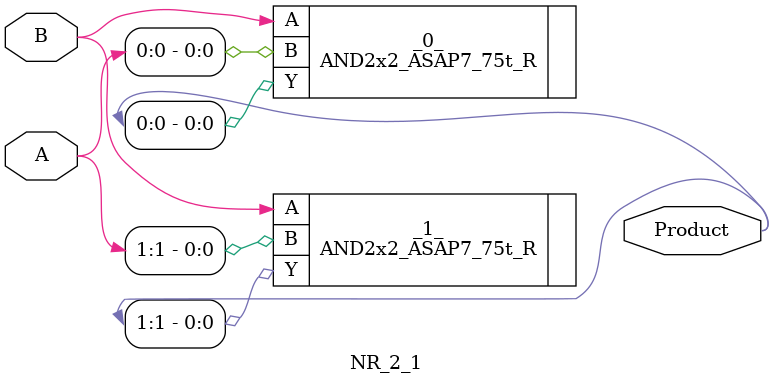
<source format=v>
/* Generated by Yosys 0.53+39 (git sha1 388955031, g++ 12.2.0-14 -fPIC -O3) */

module NR_2_1(A, B, Product);
  input [1:0] A;
  wire [1:0] A;
  input B;
  wire B;
  output [1:0] Product;
  wire [1:0] Product;
  AND2x2_ASAP7_75t_R _0_ (
    .A(B),
    .B(A[0]),
    .Y(Product[0])
  );
  AND2x2_ASAP7_75t_R _1_ (
    .A(B),
    .B(A[1]),
    .Y(Product[1])
  );
endmodule

</source>
